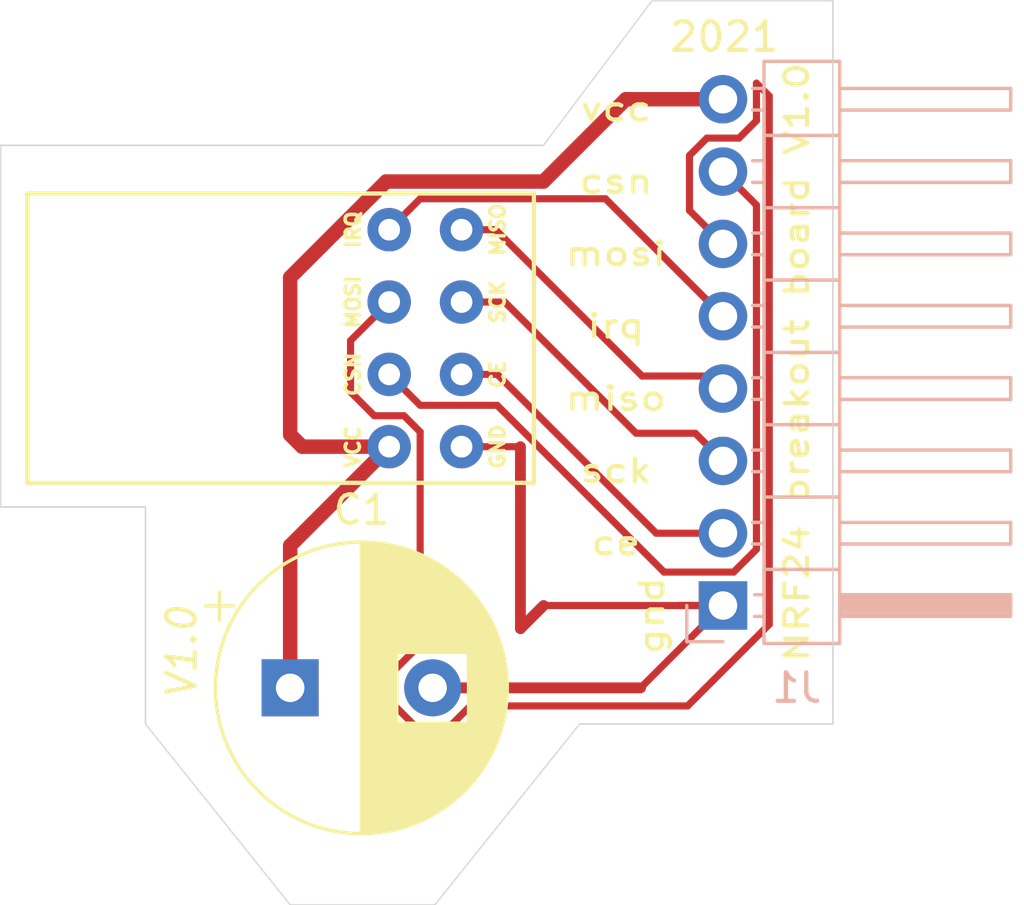
<source format=kicad_pcb>
(kicad_pcb (version 20171130) (host pcbnew "(5.1.10)-1")

  (general
    (thickness 1.6)
    (drawings 23)
    (tracks 58)
    (zones 0)
    (modules 3)
    (nets 9)
  )

  (page A4)
  (title_block
    (title "NRF24 Breakout Board")
    (date 2021-08-12)
    (rev 1)
    (company VIT)
  )

  (layers
    (0 F.Cu signal)
    (31 B.Cu signal)
    (32 B.Adhes user)
    (33 F.Adhes user)
    (34 B.Paste user)
    (35 F.Paste user)
    (36 B.SilkS user)
    (37 F.SilkS user)
    (38 B.Mask user)
    (39 F.Mask user)
    (40 Dwgs.User user)
    (41 Cmts.User user)
    (42 Eco1.User user)
    (43 Eco2.User user)
    (44 Edge.Cuts user)
    (45 Margin user)
    (46 B.CrtYd user)
    (47 F.CrtYd user)
    (48 B.Fab user)
    (49 F.Fab user)
  )

  (setup
    (last_trace_width 0.381)
    (user_trace_width 0.1524)
    (user_trace_width 0.254)
    (user_trace_width 0.381)
    (user_trace_width 0.508)
    (user_trace_width 0.8128)
    (trace_clearance 0.2)
    (zone_clearance 0.508)
    (zone_45_only no)
    (trace_min 0.1524)
    (via_size 0.8)
    (via_drill 0.4)
    (via_min_size 0.4)
    (via_min_drill 0.2)
    (user_via 0.4826 0.3302)
    (user_via 0.5 0.4)
    (user_via 1.905 0.254)
    (uvia_size 0.3)
    (uvia_drill 0.1)
    (uvias_allowed no)
    (uvia_min_size 0.2)
    (uvia_min_drill 0.1)
    (edge_width 0.05)
    (segment_width 0.2)
    (pcb_text_width 0.3)
    (pcb_text_size 1.5 1.5)
    (mod_edge_width 0.12)
    (mod_text_size 1 1)
    (mod_text_width 0.15)
    (pad_size 1.524 1.524)
    (pad_drill 0.762)
    (pad_to_mask_clearance 0)
    (aux_axis_origin 0 0)
    (visible_elements 7FFFFFFF)
    (pcbplotparams
      (layerselection 0x010fc_ffffffff)
      (usegerberextensions true)
      (usegerberattributes true)
      (usegerberadvancedattributes true)
      (creategerberjobfile true)
      (excludeedgelayer true)
      (linewidth 0.100000)
      (plotframeref false)
      (viasonmask false)
      (mode 1)
      (useauxorigin false)
      (hpglpennumber 1)
      (hpglpenspeed 20)
      (hpglpendiameter 15.000000)
      (psnegative false)
      (psa4output false)
      (plotreference true)
      (plotvalue true)
      (plotinvisibletext false)
      (padsonsilk false)
      (subtractmaskfromsilk false)
      (outputformat 1)
      (mirror false)
      (drillshape 0)
      (scaleselection 1)
      (outputdirectory "Gerber/"))
  )

  (net 0 "")
  (net 1 "Net-(J1-Pad2)")
  (net 2 "Net-(J1-Pad3)")
  (net 3 "Net-(J1-Pad4)")
  (net 4 "Net-(J1-Pad5)")
  (net 5 "Net-(J1-Pad6)")
  (net 6 "Net-(J1-Pad7)")
  (net 7 "Net-(C1-Pad2)")
  (net 8 "Net-(C1-Pad1)")

  (net_class Default "This is the default net class."
    (clearance 0.2)
    (trace_width 0.25)
    (via_dia 0.8)
    (via_drill 0.4)
    (uvia_dia 0.3)
    (uvia_drill 0.1)
    (add_net "Net-(C1-Pad1)")
    (add_net "Net-(C1-Pad2)")
    (add_net "Net-(J1-Pad2)")
    (add_net "Net-(J1-Pad3)")
    (add_net "Net-(J1-Pad4)")
    (add_net "Net-(J1-Pad5)")
    (add_net "Net-(J1-Pad6)")
    (add_net "Net-(J1-Pad7)")
  )

  (module Capacitor_THT:CP_Radial_D10.0mm_P5.00mm (layer F.Cu) (tedit 5AE50EF1) (tstamp 613CB16D)
    (at 92.71 91.44)
    (descr "CP, Radial series, Radial, pin pitch=5.00mm, , diameter=10mm, Electrolytic Capacitor")
    (tags "CP Radial series Radial pin pitch 5.00mm  diameter 10mm Electrolytic Capacitor")
    (path /613C50F5)
    (fp_text reference C1 (at 2.5 -6.25) (layer F.SilkS)
      (effects (font (size 1 1) (thickness 0.15)))
    )
    (fp_text value 10uF (at 2.5 6.25) (layer F.Fab)
      (effects (font (size 1 1) (thickness 0.15)))
    )
    (fp_text user %R (at 2.5 0) (layer F.Fab)
      (effects (font (size 1 1) (thickness 0.15)))
    )
    (fp_circle (center 2.5 0) (end 7.5 0) (layer F.Fab) (width 0.1))
    (fp_circle (center 2.5 0) (end 7.62 0) (layer F.SilkS) (width 0.12))
    (fp_circle (center 2.5 0) (end 7.75 0) (layer F.CrtYd) (width 0.05))
    (fp_line (start -1.788861 -2.1875) (end -0.788861 -2.1875) (layer F.Fab) (width 0.1))
    (fp_line (start -1.288861 -2.6875) (end -1.288861 -1.6875) (layer F.Fab) (width 0.1))
    (fp_line (start 2.5 -5.08) (end 2.5 5.08) (layer F.SilkS) (width 0.12))
    (fp_line (start 2.54 -5.08) (end 2.54 5.08) (layer F.SilkS) (width 0.12))
    (fp_line (start 2.58 -5.08) (end 2.58 5.08) (layer F.SilkS) (width 0.12))
    (fp_line (start 2.62 -5.079) (end 2.62 5.079) (layer F.SilkS) (width 0.12))
    (fp_line (start 2.66 -5.078) (end 2.66 5.078) (layer F.SilkS) (width 0.12))
    (fp_line (start 2.7 -5.077) (end 2.7 5.077) (layer F.SilkS) (width 0.12))
    (fp_line (start 2.74 -5.075) (end 2.74 5.075) (layer F.SilkS) (width 0.12))
    (fp_line (start 2.78 -5.073) (end 2.78 5.073) (layer F.SilkS) (width 0.12))
    (fp_line (start 2.82 -5.07) (end 2.82 5.07) (layer F.SilkS) (width 0.12))
    (fp_line (start 2.86 -5.068) (end 2.86 5.068) (layer F.SilkS) (width 0.12))
    (fp_line (start 2.9 -5.065) (end 2.9 5.065) (layer F.SilkS) (width 0.12))
    (fp_line (start 2.94 -5.062) (end 2.94 5.062) (layer F.SilkS) (width 0.12))
    (fp_line (start 2.98 -5.058) (end 2.98 5.058) (layer F.SilkS) (width 0.12))
    (fp_line (start 3.02 -5.054) (end 3.02 5.054) (layer F.SilkS) (width 0.12))
    (fp_line (start 3.06 -5.05) (end 3.06 5.05) (layer F.SilkS) (width 0.12))
    (fp_line (start 3.1 -5.045) (end 3.1 5.045) (layer F.SilkS) (width 0.12))
    (fp_line (start 3.14 -5.04) (end 3.14 5.04) (layer F.SilkS) (width 0.12))
    (fp_line (start 3.18 -5.035) (end 3.18 5.035) (layer F.SilkS) (width 0.12))
    (fp_line (start 3.221 -5.03) (end 3.221 5.03) (layer F.SilkS) (width 0.12))
    (fp_line (start 3.261 -5.024) (end 3.261 5.024) (layer F.SilkS) (width 0.12))
    (fp_line (start 3.301 -5.018) (end 3.301 5.018) (layer F.SilkS) (width 0.12))
    (fp_line (start 3.341 -5.011) (end 3.341 5.011) (layer F.SilkS) (width 0.12))
    (fp_line (start 3.381 -5.004) (end 3.381 5.004) (layer F.SilkS) (width 0.12))
    (fp_line (start 3.421 -4.997) (end 3.421 4.997) (layer F.SilkS) (width 0.12))
    (fp_line (start 3.461 -4.99) (end 3.461 4.99) (layer F.SilkS) (width 0.12))
    (fp_line (start 3.501 -4.982) (end 3.501 4.982) (layer F.SilkS) (width 0.12))
    (fp_line (start 3.541 -4.974) (end 3.541 4.974) (layer F.SilkS) (width 0.12))
    (fp_line (start 3.581 -4.965) (end 3.581 4.965) (layer F.SilkS) (width 0.12))
    (fp_line (start 3.621 -4.956) (end 3.621 4.956) (layer F.SilkS) (width 0.12))
    (fp_line (start 3.661 -4.947) (end 3.661 4.947) (layer F.SilkS) (width 0.12))
    (fp_line (start 3.701 -4.938) (end 3.701 4.938) (layer F.SilkS) (width 0.12))
    (fp_line (start 3.741 -4.928) (end 3.741 4.928) (layer F.SilkS) (width 0.12))
    (fp_line (start 3.781 -4.918) (end 3.781 -1.241) (layer F.SilkS) (width 0.12))
    (fp_line (start 3.781 1.241) (end 3.781 4.918) (layer F.SilkS) (width 0.12))
    (fp_line (start 3.821 -4.907) (end 3.821 -1.241) (layer F.SilkS) (width 0.12))
    (fp_line (start 3.821 1.241) (end 3.821 4.907) (layer F.SilkS) (width 0.12))
    (fp_line (start 3.861 -4.897) (end 3.861 -1.241) (layer F.SilkS) (width 0.12))
    (fp_line (start 3.861 1.241) (end 3.861 4.897) (layer F.SilkS) (width 0.12))
    (fp_line (start 3.901 -4.885) (end 3.901 -1.241) (layer F.SilkS) (width 0.12))
    (fp_line (start 3.901 1.241) (end 3.901 4.885) (layer F.SilkS) (width 0.12))
    (fp_line (start 3.941 -4.874) (end 3.941 -1.241) (layer F.SilkS) (width 0.12))
    (fp_line (start 3.941 1.241) (end 3.941 4.874) (layer F.SilkS) (width 0.12))
    (fp_line (start 3.981 -4.862) (end 3.981 -1.241) (layer F.SilkS) (width 0.12))
    (fp_line (start 3.981 1.241) (end 3.981 4.862) (layer F.SilkS) (width 0.12))
    (fp_line (start 4.021 -4.85) (end 4.021 -1.241) (layer F.SilkS) (width 0.12))
    (fp_line (start 4.021 1.241) (end 4.021 4.85) (layer F.SilkS) (width 0.12))
    (fp_line (start 4.061 -4.837) (end 4.061 -1.241) (layer F.SilkS) (width 0.12))
    (fp_line (start 4.061 1.241) (end 4.061 4.837) (layer F.SilkS) (width 0.12))
    (fp_line (start 4.101 -4.824) (end 4.101 -1.241) (layer F.SilkS) (width 0.12))
    (fp_line (start 4.101 1.241) (end 4.101 4.824) (layer F.SilkS) (width 0.12))
    (fp_line (start 4.141 -4.811) (end 4.141 -1.241) (layer F.SilkS) (width 0.12))
    (fp_line (start 4.141 1.241) (end 4.141 4.811) (layer F.SilkS) (width 0.12))
    (fp_line (start 4.181 -4.797) (end 4.181 -1.241) (layer F.SilkS) (width 0.12))
    (fp_line (start 4.181 1.241) (end 4.181 4.797) (layer F.SilkS) (width 0.12))
    (fp_line (start 4.221 -4.783) (end 4.221 -1.241) (layer F.SilkS) (width 0.12))
    (fp_line (start 4.221 1.241) (end 4.221 4.783) (layer F.SilkS) (width 0.12))
    (fp_line (start 4.261 -4.768) (end 4.261 -1.241) (layer F.SilkS) (width 0.12))
    (fp_line (start 4.261 1.241) (end 4.261 4.768) (layer F.SilkS) (width 0.12))
    (fp_line (start 4.301 -4.754) (end 4.301 -1.241) (layer F.SilkS) (width 0.12))
    (fp_line (start 4.301 1.241) (end 4.301 4.754) (layer F.SilkS) (width 0.12))
    (fp_line (start 4.341 -4.738) (end 4.341 -1.241) (layer F.SilkS) (width 0.12))
    (fp_line (start 4.341 1.241) (end 4.341 4.738) (layer F.SilkS) (width 0.12))
    (fp_line (start 4.381 -4.723) (end 4.381 -1.241) (layer F.SilkS) (width 0.12))
    (fp_line (start 4.381 1.241) (end 4.381 4.723) (layer F.SilkS) (width 0.12))
    (fp_line (start 4.421 -4.707) (end 4.421 -1.241) (layer F.SilkS) (width 0.12))
    (fp_line (start 4.421 1.241) (end 4.421 4.707) (layer F.SilkS) (width 0.12))
    (fp_line (start 4.461 -4.69) (end 4.461 -1.241) (layer F.SilkS) (width 0.12))
    (fp_line (start 4.461 1.241) (end 4.461 4.69) (layer F.SilkS) (width 0.12))
    (fp_line (start 4.501 -4.674) (end 4.501 -1.241) (layer F.SilkS) (width 0.12))
    (fp_line (start 4.501 1.241) (end 4.501 4.674) (layer F.SilkS) (width 0.12))
    (fp_line (start 4.541 -4.657) (end 4.541 -1.241) (layer F.SilkS) (width 0.12))
    (fp_line (start 4.541 1.241) (end 4.541 4.657) (layer F.SilkS) (width 0.12))
    (fp_line (start 4.581 -4.639) (end 4.581 -1.241) (layer F.SilkS) (width 0.12))
    (fp_line (start 4.581 1.241) (end 4.581 4.639) (layer F.SilkS) (width 0.12))
    (fp_line (start 4.621 -4.621) (end 4.621 -1.241) (layer F.SilkS) (width 0.12))
    (fp_line (start 4.621 1.241) (end 4.621 4.621) (layer F.SilkS) (width 0.12))
    (fp_line (start 4.661 -4.603) (end 4.661 -1.241) (layer F.SilkS) (width 0.12))
    (fp_line (start 4.661 1.241) (end 4.661 4.603) (layer F.SilkS) (width 0.12))
    (fp_line (start 4.701 -4.584) (end 4.701 -1.241) (layer F.SilkS) (width 0.12))
    (fp_line (start 4.701 1.241) (end 4.701 4.584) (layer F.SilkS) (width 0.12))
    (fp_line (start 4.741 -4.564) (end 4.741 -1.241) (layer F.SilkS) (width 0.12))
    (fp_line (start 4.741 1.241) (end 4.741 4.564) (layer F.SilkS) (width 0.12))
    (fp_line (start 4.781 -4.545) (end 4.781 -1.241) (layer F.SilkS) (width 0.12))
    (fp_line (start 4.781 1.241) (end 4.781 4.545) (layer F.SilkS) (width 0.12))
    (fp_line (start 4.821 -4.525) (end 4.821 -1.241) (layer F.SilkS) (width 0.12))
    (fp_line (start 4.821 1.241) (end 4.821 4.525) (layer F.SilkS) (width 0.12))
    (fp_line (start 4.861 -4.504) (end 4.861 -1.241) (layer F.SilkS) (width 0.12))
    (fp_line (start 4.861 1.241) (end 4.861 4.504) (layer F.SilkS) (width 0.12))
    (fp_line (start 4.901 -4.483) (end 4.901 -1.241) (layer F.SilkS) (width 0.12))
    (fp_line (start 4.901 1.241) (end 4.901 4.483) (layer F.SilkS) (width 0.12))
    (fp_line (start 4.941 -4.462) (end 4.941 -1.241) (layer F.SilkS) (width 0.12))
    (fp_line (start 4.941 1.241) (end 4.941 4.462) (layer F.SilkS) (width 0.12))
    (fp_line (start 4.981 -4.44) (end 4.981 -1.241) (layer F.SilkS) (width 0.12))
    (fp_line (start 4.981 1.241) (end 4.981 4.44) (layer F.SilkS) (width 0.12))
    (fp_line (start 5.021 -4.417) (end 5.021 -1.241) (layer F.SilkS) (width 0.12))
    (fp_line (start 5.021 1.241) (end 5.021 4.417) (layer F.SilkS) (width 0.12))
    (fp_line (start 5.061 -4.395) (end 5.061 -1.241) (layer F.SilkS) (width 0.12))
    (fp_line (start 5.061 1.241) (end 5.061 4.395) (layer F.SilkS) (width 0.12))
    (fp_line (start 5.101 -4.371) (end 5.101 -1.241) (layer F.SilkS) (width 0.12))
    (fp_line (start 5.101 1.241) (end 5.101 4.371) (layer F.SilkS) (width 0.12))
    (fp_line (start 5.141 -4.347) (end 5.141 -1.241) (layer F.SilkS) (width 0.12))
    (fp_line (start 5.141 1.241) (end 5.141 4.347) (layer F.SilkS) (width 0.12))
    (fp_line (start 5.181 -4.323) (end 5.181 -1.241) (layer F.SilkS) (width 0.12))
    (fp_line (start 5.181 1.241) (end 5.181 4.323) (layer F.SilkS) (width 0.12))
    (fp_line (start 5.221 -4.298) (end 5.221 -1.241) (layer F.SilkS) (width 0.12))
    (fp_line (start 5.221 1.241) (end 5.221 4.298) (layer F.SilkS) (width 0.12))
    (fp_line (start 5.261 -4.273) (end 5.261 -1.241) (layer F.SilkS) (width 0.12))
    (fp_line (start 5.261 1.241) (end 5.261 4.273) (layer F.SilkS) (width 0.12))
    (fp_line (start 5.301 -4.247) (end 5.301 -1.241) (layer F.SilkS) (width 0.12))
    (fp_line (start 5.301 1.241) (end 5.301 4.247) (layer F.SilkS) (width 0.12))
    (fp_line (start 5.341 -4.221) (end 5.341 -1.241) (layer F.SilkS) (width 0.12))
    (fp_line (start 5.341 1.241) (end 5.341 4.221) (layer F.SilkS) (width 0.12))
    (fp_line (start 5.381 -4.194) (end 5.381 -1.241) (layer F.SilkS) (width 0.12))
    (fp_line (start 5.381 1.241) (end 5.381 4.194) (layer F.SilkS) (width 0.12))
    (fp_line (start 5.421 -4.166) (end 5.421 -1.241) (layer F.SilkS) (width 0.12))
    (fp_line (start 5.421 1.241) (end 5.421 4.166) (layer F.SilkS) (width 0.12))
    (fp_line (start 5.461 -4.138) (end 5.461 -1.241) (layer F.SilkS) (width 0.12))
    (fp_line (start 5.461 1.241) (end 5.461 4.138) (layer F.SilkS) (width 0.12))
    (fp_line (start 5.501 -4.11) (end 5.501 -1.241) (layer F.SilkS) (width 0.12))
    (fp_line (start 5.501 1.241) (end 5.501 4.11) (layer F.SilkS) (width 0.12))
    (fp_line (start 5.541 -4.08) (end 5.541 -1.241) (layer F.SilkS) (width 0.12))
    (fp_line (start 5.541 1.241) (end 5.541 4.08) (layer F.SilkS) (width 0.12))
    (fp_line (start 5.581 -4.05) (end 5.581 -1.241) (layer F.SilkS) (width 0.12))
    (fp_line (start 5.581 1.241) (end 5.581 4.05) (layer F.SilkS) (width 0.12))
    (fp_line (start 5.621 -4.02) (end 5.621 -1.241) (layer F.SilkS) (width 0.12))
    (fp_line (start 5.621 1.241) (end 5.621 4.02) (layer F.SilkS) (width 0.12))
    (fp_line (start 5.661 -3.989) (end 5.661 -1.241) (layer F.SilkS) (width 0.12))
    (fp_line (start 5.661 1.241) (end 5.661 3.989) (layer F.SilkS) (width 0.12))
    (fp_line (start 5.701 -3.957) (end 5.701 -1.241) (layer F.SilkS) (width 0.12))
    (fp_line (start 5.701 1.241) (end 5.701 3.957) (layer F.SilkS) (width 0.12))
    (fp_line (start 5.741 -3.925) (end 5.741 -1.241) (layer F.SilkS) (width 0.12))
    (fp_line (start 5.741 1.241) (end 5.741 3.925) (layer F.SilkS) (width 0.12))
    (fp_line (start 5.781 -3.892) (end 5.781 -1.241) (layer F.SilkS) (width 0.12))
    (fp_line (start 5.781 1.241) (end 5.781 3.892) (layer F.SilkS) (width 0.12))
    (fp_line (start 5.821 -3.858) (end 5.821 -1.241) (layer F.SilkS) (width 0.12))
    (fp_line (start 5.821 1.241) (end 5.821 3.858) (layer F.SilkS) (width 0.12))
    (fp_line (start 5.861 -3.824) (end 5.861 -1.241) (layer F.SilkS) (width 0.12))
    (fp_line (start 5.861 1.241) (end 5.861 3.824) (layer F.SilkS) (width 0.12))
    (fp_line (start 5.901 -3.789) (end 5.901 -1.241) (layer F.SilkS) (width 0.12))
    (fp_line (start 5.901 1.241) (end 5.901 3.789) (layer F.SilkS) (width 0.12))
    (fp_line (start 5.941 -3.753) (end 5.941 -1.241) (layer F.SilkS) (width 0.12))
    (fp_line (start 5.941 1.241) (end 5.941 3.753) (layer F.SilkS) (width 0.12))
    (fp_line (start 5.981 -3.716) (end 5.981 -1.241) (layer F.SilkS) (width 0.12))
    (fp_line (start 5.981 1.241) (end 5.981 3.716) (layer F.SilkS) (width 0.12))
    (fp_line (start 6.021 -3.679) (end 6.021 -1.241) (layer F.SilkS) (width 0.12))
    (fp_line (start 6.021 1.241) (end 6.021 3.679) (layer F.SilkS) (width 0.12))
    (fp_line (start 6.061 -3.64) (end 6.061 -1.241) (layer F.SilkS) (width 0.12))
    (fp_line (start 6.061 1.241) (end 6.061 3.64) (layer F.SilkS) (width 0.12))
    (fp_line (start 6.101 -3.601) (end 6.101 -1.241) (layer F.SilkS) (width 0.12))
    (fp_line (start 6.101 1.241) (end 6.101 3.601) (layer F.SilkS) (width 0.12))
    (fp_line (start 6.141 -3.561) (end 6.141 -1.241) (layer F.SilkS) (width 0.12))
    (fp_line (start 6.141 1.241) (end 6.141 3.561) (layer F.SilkS) (width 0.12))
    (fp_line (start 6.181 -3.52) (end 6.181 -1.241) (layer F.SilkS) (width 0.12))
    (fp_line (start 6.181 1.241) (end 6.181 3.52) (layer F.SilkS) (width 0.12))
    (fp_line (start 6.221 -3.478) (end 6.221 -1.241) (layer F.SilkS) (width 0.12))
    (fp_line (start 6.221 1.241) (end 6.221 3.478) (layer F.SilkS) (width 0.12))
    (fp_line (start 6.261 -3.436) (end 6.261 3.436) (layer F.SilkS) (width 0.12))
    (fp_line (start 6.301 -3.392) (end 6.301 3.392) (layer F.SilkS) (width 0.12))
    (fp_line (start 6.341 -3.347) (end 6.341 3.347) (layer F.SilkS) (width 0.12))
    (fp_line (start 6.381 -3.301) (end 6.381 3.301) (layer F.SilkS) (width 0.12))
    (fp_line (start 6.421 -3.254) (end 6.421 3.254) (layer F.SilkS) (width 0.12))
    (fp_line (start 6.461 -3.206) (end 6.461 3.206) (layer F.SilkS) (width 0.12))
    (fp_line (start 6.501 -3.156) (end 6.501 3.156) (layer F.SilkS) (width 0.12))
    (fp_line (start 6.541 -3.106) (end 6.541 3.106) (layer F.SilkS) (width 0.12))
    (fp_line (start 6.581 -3.054) (end 6.581 3.054) (layer F.SilkS) (width 0.12))
    (fp_line (start 6.621 -3) (end 6.621 3) (layer F.SilkS) (width 0.12))
    (fp_line (start 6.661 -2.945) (end 6.661 2.945) (layer F.SilkS) (width 0.12))
    (fp_line (start 6.701 -2.889) (end 6.701 2.889) (layer F.SilkS) (width 0.12))
    (fp_line (start 6.741 -2.83) (end 6.741 2.83) (layer F.SilkS) (width 0.12))
    (fp_line (start 6.781 -2.77) (end 6.781 2.77) (layer F.SilkS) (width 0.12))
    (fp_line (start 6.821 -2.709) (end 6.821 2.709) (layer F.SilkS) (width 0.12))
    (fp_line (start 6.861 -2.645) (end 6.861 2.645) (layer F.SilkS) (width 0.12))
    (fp_line (start 6.901 -2.579) (end 6.901 2.579) (layer F.SilkS) (width 0.12))
    (fp_line (start 6.941 -2.51) (end 6.941 2.51) (layer F.SilkS) (width 0.12))
    (fp_line (start 6.981 -2.439) (end 6.981 2.439) (layer F.SilkS) (width 0.12))
    (fp_line (start 7.021 -2.365) (end 7.021 2.365) (layer F.SilkS) (width 0.12))
    (fp_line (start 7.061 -2.289) (end 7.061 2.289) (layer F.SilkS) (width 0.12))
    (fp_line (start 7.101 -2.209) (end 7.101 2.209) (layer F.SilkS) (width 0.12))
    (fp_line (start 7.141 -2.125) (end 7.141 2.125) (layer F.SilkS) (width 0.12))
    (fp_line (start 7.181 -2.037) (end 7.181 2.037) (layer F.SilkS) (width 0.12))
    (fp_line (start 7.221 -1.944) (end 7.221 1.944) (layer F.SilkS) (width 0.12))
    (fp_line (start 7.261 -1.846) (end 7.261 1.846) (layer F.SilkS) (width 0.12))
    (fp_line (start 7.301 -1.742) (end 7.301 1.742) (layer F.SilkS) (width 0.12))
    (fp_line (start 7.341 -1.63) (end 7.341 1.63) (layer F.SilkS) (width 0.12))
    (fp_line (start 7.381 -1.51) (end 7.381 1.51) (layer F.SilkS) (width 0.12))
    (fp_line (start 7.421 -1.378) (end 7.421 1.378) (layer F.SilkS) (width 0.12))
    (fp_line (start 7.461 -1.23) (end 7.461 1.23) (layer F.SilkS) (width 0.12))
    (fp_line (start 7.501 -1.062) (end 7.501 1.062) (layer F.SilkS) (width 0.12))
    (fp_line (start 7.541 -0.862) (end 7.541 0.862) (layer F.SilkS) (width 0.12))
    (fp_line (start 7.581 -0.599) (end 7.581 0.599) (layer F.SilkS) (width 0.12))
    (fp_line (start -2.979646 -2.875) (end -1.979646 -2.875) (layer F.SilkS) (width 0.12))
    (fp_line (start -2.479646 -3.375) (end -2.479646 -2.375) (layer F.SilkS) (width 0.12))
    (pad 2 thru_hole circle (at 5 0) (size 2 2) (drill 1) (layers *.Cu *.Mask)
      (net 7 "Net-(C1-Pad2)"))
    (pad 1 thru_hole rect (at 0 0) (size 2 2) (drill 1) (layers *.Cu *.Mask)
      (net 8 "Net-(C1-Pad1)"))
    (model ${KISYS3DMOD}/Capacitor_THT.3dshapes/CP_Radial_D10.0mm_P5.00mm.wrl
      (at (xyz 0 0 0))
      (scale (xyz 1 1 1))
      (rotate (xyz 0 0 0))
    )
  )

  (module CustomLibrary:nRF24 (layer F.Cu) (tedit 61043E5C) (tstamp 6114F76D)
    (at 93.64472 77.89164)
    (descr "A footprint for the generic NRF24")
    (path /61039BB4)
    (fp_text reference N1 (at -1.27 7.62) (layer F.SilkS) hide
      (effects (font (size 1 1) (thickness 0.15)))
    )
    (fp_text value NRF24 (at -6.35 0) (layer F.Fab)
      (effects (font (size 1 1) (thickness 0.15)))
    )
    (fp_line (start 7.62 6.35) (end 7.62 5.08) (layer F.SilkS) (width 0.15))
    (fp_line (start -10.16 6.35) (end 7.62 6.35) (layer F.SilkS) (width 0.15))
    (fp_line (start -10.16 -3.81) (end -10.16 6.35) (layer F.SilkS) (width 0.15))
    (fp_line (start 7.62 -3.81) (end -10.16 -3.81) (layer F.SilkS) (width 0.15))
    (fp_line (start 7.62 5.08) (end 7.62 -3.81) (layer F.SilkS) (width 0.15))
    (fp_text user GND (at 6.35 5.08 90) (layer F.SilkS)
      (effects (font (size 0.5 0.5) (thickness 0.125)))
    )
    (fp_text user CE (at 6.35 2.54 90) (layer F.SilkS)
      (effects (font (size 0.5 0.5) (thickness 0.125)))
    )
    (fp_text user SCK (at 6.35 0 90) (layer F.SilkS)
      (effects (font (size 0.5 0.5) (thickness 0.125)))
    )
    (fp_text user MISO (at 6.35 -2.54 90) (layer F.SilkS)
      (effects (font (size 0.5 0.5) (thickness 0.125)))
    )
    (fp_text user IRQ (at 1.27 -2.54 90) (layer F.SilkS)
      (effects (font (size 0.5 0.5) (thickness 0.125)))
    )
    (fp_text user MOSI (at 1.27 0 90) (layer F.SilkS)
      (effects (font (size 0.5 0.5) (thickness 0.125)))
    )
    (fp_text user CSN (at 1.27 2.54 90) (layer F.SilkS)
      (effects (font (size 0.5 0.5) (thickness 0.125)))
    )
    (fp_text user VCC (at 1.27 5.08 90) (layer F.SilkS)
      (effects (font (size 0.5 0.5) (thickness 0.125)))
    )
    (pad 4 thru_hole circle (at 2.54 -2.54) (size 1.524 1.524) (drill 0.762) (layers *.Cu *.Mask)
      (net 4 "Net-(J1-Pad5)"))
    (pad 5 thru_hole circle (at 2.54 0) (size 1.524 1.524) (drill 0.762) (layers *.Cu *.Mask)
      (net 5 "Net-(J1-Pad6)"))
    (pad 6 thru_hole circle (at 2.54 2.54) (size 1.524 1.524) (drill 0.762) (layers *.Cu *.Mask)
      (net 6 "Net-(J1-Pad7)"))
    (pad 7 thru_hole circle (at 2.54 5.08) (size 1.524 1.524) (drill 0.762) (layers *.Cu *.Mask)
      (net 8 "Net-(C1-Pad1)"))
    (pad 3 thru_hole circle (at 5.08 -2.54) (size 1.524 1.524) (drill 0.762) (layers *.Cu *.Mask)
      (net 3 "Net-(J1-Pad4)"))
    (pad 2 thru_hole circle (at 5.08 0) (size 1.524 1.524) (drill 0.762) (layers *.Cu *.Mask)
      (net 2 "Net-(J1-Pad3)"))
    (pad 1 thru_hole circle (at 5.08 2.54) (size 1.524 1.524) (drill 0.762) (layers *.Cu *.Mask)
      (net 1 "Net-(J1-Pad2)"))
    (pad 0 thru_hole circle (at 5.08 5.08) (size 1.524 1.524) (drill 0.762) (layers *.Cu *.Mask)
      (net 7 "Net-(C1-Pad2)"))
  )

  (module Connector_PinHeader_2.54mm:PinHeader_1x08_P2.54mm_Horizontal (layer B.Cu) (tedit 59FED5CB) (tstamp 6114D6C3)
    (at 107.9 88.55)
    (descr "Through hole angled pin header, 1x08, 2.54mm pitch, 6mm pin length, single row")
    (tags "Through hole angled pin header THT 1x08 2.54mm single row")
    (path /6114C9A6)
    (fp_text reference J1 (at 2.59 2.89) (layer B.SilkS)
      (effects (font (size 1 1) (thickness 0.15)) (justify mirror))
    )
    (fp_text value Conn_01x08 (at 4.385 -20.05) (layer B.Fab) hide
      (effects (font (size 1 1) (thickness 0.15)) (justify mirror))
    )
    (fp_line (start 10.55 1.8) (end -1.8 1.8) (layer B.CrtYd) (width 0.05))
    (fp_line (start 10.55 -19.55) (end 10.55 1.8) (layer B.CrtYd) (width 0.05))
    (fp_line (start -1.8 -19.55) (end 10.55 -19.55) (layer B.CrtYd) (width 0.05))
    (fp_line (start -1.8 1.8) (end -1.8 -19.55) (layer B.CrtYd) (width 0.05))
    (fp_line (start -1.27 1.27) (end 0 1.27) (layer B.SilkS) (width 0.12))
    (fp_line (start -1.27 0) (end -1.27 1.27) (layer B.SilkS) (width 0.12))
    (fp_line (start 1.042929 -18.16) (end 1.44 -18.16) (layer B.SilkS) (width 0.12))
    (fp_line (start 1.042929 -17.4) (end 1.44 -17.4) (layer B.SilkS) (width 0.12))
    (fp_line (start 10.1 -18.16) (end 4.1 -18.16) (layer B.SilkS) (width 0.12))
    (fp_line (start 10.1 -17.4) (end 10.1 -18.16) (layer B.SilkS) (width 0.12))
    (fp_line (start 4.1 -17.4) (end 10.1 -17.4) (layer B.SilkS) (width 0.12))
    (fp_line (start 1.44 -16.51) (end 4.1 -16.51) (layer B.SilkS) (width 0.12))
    (fp_line (start 1.042929 -15.62) (end 1.44 -15.62) (layer B.SilkS) (width 0.12))
    (fp_line (start 1.042929 -14.86) (end 1.44 -14.86) (layer B.SilkS) (width 0.12))
    (fp_line (start 10.1 -15.62) (end 4.1 -15.62) (layer B.SilkS) (width 0.12))
    (fp_line (start 10.1 -14.86) (end 10.1 -15.62) (layer B.SilkS) (width 0.12))
    (fp_line (start 4.1 -14.86) (end 10.1 -14.86) (layer B.SilkS) (width 0.12))
    (fp_line (start 1.44 -13.97) (end 4.1 -13.97) (layer B.SilkS) (width 0.12))
    (fp_line (start 1.042929 -13.08) (end 1.44 -13.08) (layer B.SilkS) (width 0.12))
    (fp_line (start 1.042929 -12.32) (end 1.44 -12.32) (layer B.SilkS) (width 0.12))
    (fp_line (start 10.1 -13.08) (end 4.1 -13.08) (layer B.SilkS) (width 0.12))
    (fp_line (start 10.1 -12.32) (end 10.1 -13.08) (layer B.SilkS) (width 0.12))
    (fp_line (start 4.1 -12.32) (end 10.1 -12.32) (layer B.SilkS) (width 0.12))
    (fp_line (start 1.44 -11.43) (end 4.1 -11.43) (layer B.SilkS) (width 0.12))
    (fp_line (start 1.042929 -10.54) (end 1.44 -10.54) (layer B.SilkS) (width 0.12))
    (fp_line (start 1.042929 -9.78) (end 1.44 -9.78) (layer B.SilkS) (width 0.12))
    (fp_line (start 10.1 -10.54) (end 4.1 -10.54) (layer B.SilkS) (width 0.12))
    (fp_line (start 10.1 -9.78) (end 10.1 -10.54) (layer B.SilkS) (width 0.12))
    (fp_line (start 4.1 -9.78) (end 10.1 -9.78) (layer B.SilkS) (width 0.12))
    (fp_line (start 1.44 -8.89) (end 4.1 -8.89) (layer B.SilkS) (width 0.12))
    (fp_line (start 1.042929 -8) (end 1.44 -8) (layer B.SilkS) (width 0.12))
    (fp_line (start 1.042929 -7.24) (end 1.44 -7.24) (layer B.SilkS) (width 0.12))
    (fp_line (start 10.1 -8) (end 4.1 -8) (layer B.SilkS) (width 0.12))
    (fp_line (start 10.1 -7.24) (end 10.1 -8) (layer B.SilkS) (width 0.12))
    (fp_line (start 4.1 -7.24) (end 10.1 -7.24) (layer B.SilkS) (width 0.12))
    (fp_line (start 1.44 -6.35) (end 4.1 -6.35) (layer B.SilkS) (width 0.12))
    (fp_line (start 1.042929 -5.46) (end 1.44 -5.46) (layer B.SilkS) (width 0.12))
    (fp_line (start 1.042929 -4.7) (end 1.44 -4.7) (layer B.SilkS) (width 0.12))
    (fp_line (start 10.1 -5.46) (end 4.1 -5.46) (layer B.SilkS) (width 0.12))
    (fp_line (start 10.1 -4.7) (end 10.1 -5.46) (layer B.SilkS) (width 0.12))
    (fp_line (start 4.1 -4.7) (end 10.1 -4.7) (layer B.SilkS) (width 0.12))
    (fp_line (start 1.44 -3.81) (end 4.1 -3.81) (layer B.SilkS) (width 0.12))
    (fp_line (start 1.042929 -2.92) (end 1.44 -2.92) (layer B.SilkS) (width 0.12))
    (fp_line (start 1.042929 -2.16) (end 1.44 -2.16) (layer B.SilkS) (width 0.12))
    (fp_line (start 10.1 -2.92) (end 4.1 -2.92) (layer B.SilkS) (width 0.12))
    (fp_line (start 10.1 -2.16) (end 10.1 -2.92) (layer B.SilkS) (width 0.12))
    (fp_line (start 4.1 -2.16) (end 10.1 -2.16) (layer B.SilkS) (width 0.12))
    (fp_line (start 1.44 -1.27) (end 4.1 -1.27) (layer B.SilkS) (width 0.12))
    (fp_line (start 1.11 -0.38) (end 1.44 -0.38) (layer B.SilkS) (width 0.12))
    (fp_line (start 1.11 0.38) (end 1.44 0.38) (layer B.SilkS) (width 0.12))
    (fp_line (start 4.1 -0.28) (end 10.1 -0.28) (layer B.SilkS) (width 0.12))
    (fp_line (start 4.1 -0.16) (end 10.1 -0.16) (layer B.SilkS) (width 0.12))
    (fp_line (start 4.1 -0.04) (end 10.1 -0.04) (layer B.SilkS) (width 0.12))
    (fp_line (start 4.1 0.08) (end 10.1 0.08) (layer B.SilkS) (width 0.12))
    (fp_line (start 4.1 0.2) (end 10.1 0.2) (layer B.SilkS) (width 0.12))
    (fp_line (start 4.1 0.32) (end 10.1 0.32) (layer B.SilkS) (width 0.12))
    (fp_line (start 10.1 -0.38) (end 4.1 -0.38) (layer B.SilkS) (width 0.12))
    (fp_line (start 10.1 0.38) (end 10.1 -0.38) (layer B.SilkS) (width 0.12))
    (fp_line (start 4.1 0.38) (end 10.1 0.38) (layer B.SilkS) (width 0.12))
    (fp_line (start 4.1 1.33) (end 1.44 1.33) (layer B.SilkS) (width 0.12))
    (fp_line (start 4.1 -19.11) (end 4.1 1.33) (layer B.SilkS) (width 0.12))
    (fp_line (start 1.44 -19.11) (end 4.1 -19.11) (layer B.SilkS) (width 0.12))
    (fp_line (start 1.44 1.33) (end 1.44 -19.11) (layer B.SilkS) (width 0.12))
    (fp_line (start 4.04 -18.1) (end 10.04 -18.1) (layer B.Fab) (width 0.1))
    (fp_line (start 10.04 -17.46) (end 10.04 -18.1) (layer B.Fab) (width 0.1))
    (fp_line (start 4.04 -17.46) (end 10.04 -17.46) (layer B.Fab) (width 0.1))
    (fp_line (start -0.32 -18.1) (end 1.5 -18.1) (layer B.Fab) (width 0.1))
    (fp_line (start -0.32 -17.46) (end -0.32 -18.1) (layer B.Fab) (width 0.1))
    (fp_line (start -0.32 -17.46) (end 1.5 -17.46) (layer B.Fab) (width 0.1))
    (fp_line (start 4.04 -15.56) (end 10.04 -15.56) (layer B.Fab) (width 0.1))
    (fp_line (start 10.04 -14.92) (end 10.04 -15.56) (layer B.Fab) (width 0.1))
    (fp_line (start 4.04 -14.92) (end 10.04 -14.92) (layer B.Fab) (width 0.1))
    (fp_line (start -0.32 -15.56) (end 1.5 -15.56) (layer B.Fab) (width 0.1))
    (fp_line (start -0.32 -14.92) (end -0.32 -15.56) (layer B.Fab) (width 0.1))
    (fp_line (start -0.32 -14.92) (end 1.5 -14.92) (layer B.Fab) (width 0.1))
    (fp_line (start 4.04 -13.02) (end 10.04 -13.02) (layer B.Fab) (width 0.1))
    (fp_line (start 10.04 -12.38) (end 10.04 -13.02) (layer B.Fab) (width 0.1))
    (fp_line (start 4.04 -12.38) (end 10.04 -12.38) (layer B.Fab) (width 0.1))
    (fp_line (start -0.32 -13.02) (end 1.5 -13.02) (layer B.Fab) (width 0.1))
    (fp_line (start -0.32 -12.38) (end -0.32 -13.02) (layer B.Fab) (width 0.1))
    (fp_line (start -0.32 -12.38) (end 1.5 -12.38) (layer B.Fab) (width 0.1))
    (fp_line (start 4.04 -10.48) (end 10.04 -10.48) (layer B.Fab) (width 0.1))
    (fp_line (start 10.04 -9.84) (end 10.04 -10.48) (layer B.Fab) (width 0.1))
    (fp_line (start 4.04 -9.84) (end 10.04 -9.84) (layer B.Fab) (width 0.1))
    (fp_line (start -0.32 -10.48) (end 1.5 -10.48) (layer B.Fab) (width 0.1))
    (fp_line (start -0.32 -9.84) (end -0.32 -10.48) (layer B.Fab) (width 0.1))
    (fp_line (start -0.32 -9.84) (end 1.5 -9.84) (layer B.Fab) (width 0.1))
    (fp_line (start 4.04 -7.94) (end 10.04 -7.94) (layer B.Fab) (width 0.1))
    (fp_line (start 10.04 -7.3) (end 10.04 -7.94) (layer B.Fab) (width 0.1))
    (fp_line (start 4.04 -7.3) (end 10.04 -7.3) (layer B.Fab) (width 0.1))
    (fp_line (start -0.32 -7.94) (end 1.5 -7.94) (layer B.Fab) (width 0.1))
    (fp_line (start -0.32 -7.3) (end -0.32 -7.94) (layer B.Fab) (width 0.1))
    (fp_line (start -0.32 -7.3) (end 1.5 -7.3) (layer B.Fab) (width 0.1))
    (fp_line (start 4.04 -5.4) (end 10.04 -5.4) (layer B.Fab) (width 0.1))
    (fp_line (start 10.04 -4.76) (end 10.04 -5.4) (layer B.Fab) (width 0.1))
    (fp_line (start 4.04 -4.76) (end 10.04 -4.76) (layer B.Fab) (width 0.1))
    (fp_line (start -0.32 -5.4) (end 1.5 -5.4) (layer B.Fab) (width 0.1))
    (fp_line (start -0.32 -4.76) (end -0.32 -5.4) (layer B.Fab) (width 0.1))
    (fp_line (start -0.32 -4.76) (end 1.5 -4.76) (layer B.Fab) (width 0.1))
    (fp_line (start 4.04 -2.86) (end 10.04 -2.86) (layer B.Fab) (width 0.1))
    (fp_line (start 10.04 -2.22) (end 10.04 -2.86) (layer B.Fab) (width 0.1))
    (fp_line (start 4.04 -2.22) (end 10.04 -2.22) (layer B.Fab) (width 0.1))
    (fp_line (start -0.32 -2.86) (end 1.5 -2.86) (layer B.Fab) (width 0.1))
    (fp_line (start -0.32 -2.22) (end -0.32 -2.86) (layer B.Fab) (width 0.1))
    (fp_line (start -0.32 -2.22) (end 1.5 -2.22) (layer B.Fab) (width 0.1))
    (fp_line (start 4.04 -0.32) (end 10.04 -0.32) (layer B.Fab) (width 0.1))
    (fp_line (start 10.04 0.32) (end 10.04 -0.32) (layer B.Fab) (width 0.1))
    (fp_line (start 4.04 0.32) (end 10.04 0.32) (layer B.Fab) (width 0.1))
    (fp_line (start -0.32 -0.32) (end 1.5 -0.32) (layer B.Fab) (width 0.1))
    (fp_line (start -0.32 0.32) (end -0.32 -0.32) (layer B.Fab) (width 0.1))
    (fp_line (start -0.32 0.32) (end 1.5 0.32) (layer B.Fab) (width 0.1))
    (fp_line (start 1.5 0.635) (end 2.135 1.27) (layer B.Fab) (width 0.1))
    (fp_line (start 1.5 -19.05) (end 1.5 0.635) (layer B.Fab) (width 0.1))
    (fp_line (start 4.04 -19.05) (end 1.5 -19.05) (layer B.Fab) (width 0.1))
    (fp_line (start 4.04 1.27) (end 4.04 -19.05) (layer B.Fab) (width 0.1))
    (fp_line (start 2.135 1.27) (end 4.04 1.27) (layer B.Fab) (width 0.1))
    (fp_text user %R (at 2.77 -8.89 -90) (layer B.Fab)
      (effects (font (size 1 1) (thickness 0.15)) (justify mirror))
    )
    (pad 8 thru_hole oval (at 0 -17.78) (size 1.7 1.7) (drill 1) (layers *.Cu *.Mask)
      (net 8 "Net-(C1-Pad1)"))
    (pad 7 thru_hole oval (at 0 -15.24) (size 1.7 1.7) (drill 1) (layers *.Cu *.Mask)
      (net 6 "Net-(J1-Pad7)"))
    (pad 6 thru_hole oval (at 0 -12.7) (size 1.7 1.7) (drill 1) (layers *.Cu *.Mask)
      (net 5 "Net-(J1-Pad6)"))
    (pad 5 thru_hole oval (at 0 -10.16) (size 1.7 1.7) (drill 1) (layers *.Cu *.Mask)
      (net 4 "Net-(J1-Pad5)"))
    (pad 4 thru_hole oval (at 0 -7.62) (size 1.7 1.7) (drill 1) (layers *.Cu *.Mask)
      (net 3 "Net-(J1-Pad4)"))
    (pad 3 thru_hole oval (at 0 -5.08) (size 1.7 1.7) (drill 1) (layers *.Cu *.Mask)
      (net 2 "Net-(J1-Pad3)"))
    (pad 2 thru_hole oval (at 0 -2.54) (size 1.7 1.7) (drill 1) (layers *.Cu *.Mask)
      (net 1 "Net-(J1-Pad2)"))
    (pad 1 thru_hole rect (at 0 0) (size 1.7 1.7) (drill 1) (layers *.Cu *.Mask)
      (net 7 "Net-(C1-Pad2)"))
    (model ${KISYS3DMOD}/Connector_PinHeader_2.54mm.3dshapes/PinHeader_1x08_P2.54mm_Horizontal.wrl
      (at (xyz 0 0 0))
      (scale (xyz 1 1 1))
      (rotate (xyz 0 0 0))
    )
  )

  (gr_text 2021 (at 107.95 68.58) (layer F.SilkS)
    (effects (font (size 1 1) (thickness 0.15)))
  )
  (gr_line (start 105.41 67.31) (end 111.76 67.31) (layer Edge.Cuts) (width 0.05))
  (gr_line (start 111.76 92.71) (end 111.76 91.44) (layer Edge.Cuts) (width 0.05) (tstamp 613CB8C0))
  (gr_line (start 102.87 92.71) (end 111.76 92.71) (layer Edge.Cuts) (width 0.05))
  (gr_line (start 97.79 99.06) (end 102.87 92.71) (layer Edge.Cuts) (width 0.05))
  (gr_line (start 92.71 99.06) (end 97.79 99.06) (layer Edge.Cuts) (width 0.05))
  (gr_line (start 87.63 92.71) (end 92.71 99.06) (layer Edge.Cuts) (width 0.05))
  (gr_line (start 87.63 85.09) (end 87.63 92.71) (layer Edge.Cuts) (width 0.05))
  (gr_line (start 82.55 85.09) (end 87.63 85.09) (layer Edge.Cuts) (width 0.05))
  (gr_text V1.0 (at 88.9 90.17 90) (layer F.SilkS)
    (effects (font (size 1 1) (thickness 0.15) italic))
  )
  (gr_text ce (at 104.14 86.36) (layer F.SilkS) (tstamp 6114EB6F)
    (effects (font (size 0.8 1) (thickness 0.15)))
  )
  (gr_text "NRF24 breakout board V1.0" (at 110.49 80.01 90) (layer F.SilkS)
    (effects (font (size 0.8 1) (thickness 0.15)))
  )
  (gr_text csn (at 104.14 73.66) (layer F.SilkS) (tstamp 6114EB79)
    (effects (font (size 0.8 1) (thickness 0.15)))
  )
  (gr_text irq (at 104.14 78.74) (layer F.SilkS) (tstamp 6114EB77)
    (effects (font (size 0.8 1) (thickness 0.15)))
  )
  (gr_text miso (at 104.14 81.28) (layer F.SilkS) (tstamp 6114EB75)
    (effects (font (size 0.8 1) (thickness 0.15)))
  )
  (gr_text gnd (at 105.41 88.9 90) (layer F.SilkS) (tstamp 6114EB73)
    (effects (font (size 0.8 1) (thickness 0.15)))
  )
  (gr_text sck (at 104.14 83.82) (layer F.SilkS) (tstamp 6114EB71)
    (effects (font (size 0.8 1) (thickness 0.15)))
  )
  (gr_text "mosi\n" (at 104.14 76.2) (layer F.SilkS) (tstamp 6114EB6D)
    (effects (font (size 0.8 1) (thickness 0.15)))
  )
  (gr_text vcc (at 104.14 71.12) (layer F.SilkS)
    (effects (font (size 0.8 1) (thickness 0.15)))
  )
  (gr_line (start 82.55 85.09) (end 82.55 72.39) (layer Edge.Cuts) (width 0.05) (tstamp 6114EACD))
  (gr_line (start 111.76 67.31) (end 111.76 91.44) (layer Edge.Cuts) (width 0.05))
  (gr_line (start 101.6 72.39) (end 105.41 67.31) (layer Edge.Cuts) (width 0.05))
  (gr_line (start 82.55 72.39) (end 101.6 72.39) (layer Edge.Cuts) (width 0.05))

  (segment (start 98.72472 82.97164) (end 100.79164 82.97164) (width 0.25) (layer F.Cu) (net 7))
  (segment (start 106.37 88.55) (end 107.9 88.55) (width 0.25) (layer F.Cu) (net 7))
  (segment (start 98.72472 80.43164) (end 99.97836 80.43164) (width 0.25) (layer F.Cu) (net 1))
  (segment (start 105.55672 86.01) (end 107.9 86.01) (width 0.25) (layer F.Cu) (net 1))
  (segment (start 99.97836 80.43164) (end 105.55672 86.01) (width 0.25) (layer F.Cu) (net 1))
  (segment (start 98.72472 77.89164) (end 100.24164 77.89164) (width 0.25) (layer F.Cu) (net 2))
  (segment (start 100.24164 77.89164) (end 104.85 82.5) (width 0.25) (layer F.Cu) (net 2))
  (segment (start 106.93 82.5) (end 107.9 83.47) (width 0.25) (layer F.Cu) (net 2))
  (segment (start 104.85 82.5) (end 106.93 82.5) (width 0.25) (layer F.Cu) (net 2))
  (segment (start 98.72472 75.35164) (end 99.92164 75.35164) (width 0.25) (layer F.Cu) (net 3))
  (segment (start 99.92164 75.35164) (end 105.06 80.49) (width 0.25) (layer F.Cu) (net 3))
  (segment (start 107.46 80.49) (end 107.9 80.93) (width 0.25) (layer F.Cu) (net 3))
  (segment (start 105.06 80.49) (end 107.46 80.49) (width 0.25) (layer F.Cu) (net 3))
  (segment (start 103.774639 74.264639) (end 107.9 78.39) (width 0.25) (layer F.Cu) (net 4))
  (segment (start 97.271721 74.264639) (end 103.774639 74.264639) (width 0.25) (layer F.Cu) (net 4))
  (segment (start 96.18472 75.35164) (end 97.271721 74.264639) (width 0.25) (layer F.Cu) (net 4))
  (segment (start 106.724999 72.745999) (end 106.724999 74.674999) (width 0.25) (layer F.Cu) (net 5))
  (segment (start 107.335999 72.134999) (end 106.724999 72.745999) (width 0.25) (layer F.Cu) (net 5))
  (segment (start 109.525011 70.656009) (end 109.075001 70.205999) (width 0.25) (layer F.Cu) (net 5))
  (segment (start 108.464001 72.134999) (end 107.335999 72.134999) (width 0.25) (layer F.Cu) (net 5))
  (segment (start 109.525011 89.209991) (end 109.525011 70.656009) (width 0.25) (layer F.Cu) (net 5))
  (segment (start 106.724999 74.674999) (end 107.9 75.85) (width 0.25) (layer F.Cu) (net 5))
  (segment (start 106.659001 92.076001) (end 109.525011 89.209991) (width 0.25) (layer F.Cu) (net 5))
  (segment (start 99.035001 92.076001) (end 106.659001 92.076001) (width 0.25) (layer F.Cu) (net 5))
  (segment (start 98.346001 92.765001) (end 99.035001 92.076001) (width 0.25) (layer F.Cu) (net 5))
  (segment (start 97.073999 92.765001) (end 98.346001 92.765001) (width 0.25) (layer F.Cu) (net 5))
  (segment (start 96.384999 92.076001) (end 97.073999 92.765001) (width 0.25) (layer F.Cu) (net 5))
  (segment (start 109.075001 71.523999) (end 108.464001 72.134999) (width 0.25) (layer F.Cu) (net 5))
  (segment (start 96.384999 90.803999) (end 96.384999 92.076001) (width 0.25) (layer F.Cu) (net 5))
  (segment (start 97.271721 89.917277) (end 96.384999 90.803999) (width 0.25) (layer F.Cu) (net 5))
  (segment (start 97.271721 82.449879) (end 97.271721 89.917277) (width 0.25) (layer F.Cu) (net 5))
  (segment (start 96.706481 81.884639) (end 97.271721 82.449879) (width 0.25) (layer F.Cu) (net 5))
  (segment (start 95.662959 81.884639) (end 96.706481 81.884639) (width 0.25) (layer F.Cu) (net 5))
  (segment (start 94.82836 81.05004) (end 95.662959 81.884639) (width 0.25) (layer F.Cu) (net 5))
  (segment (start 109.075001 70.205999) (end 109.075001 71.523999) (width 0.25) (layer F.Cu) (net 5))
  (segment (start 94.82836 79.248) (end 94.82836 81.05004) (width 0.25) (layer F.Cu) (net 5))
  (segment (start 96.18472 77.89164) (end 94.82836 79.248) (width 0.25) (layer F.Cu) (net 5))
  (segment (start 109.075001 74.485001) (end 107.9 73.31) (width 0.25) (layer F.Cu) (net 6))
  (segment (start 109.075001 86.574001) (end 109.075001 74.485001) (width 0.25) (layer F.Cu) (net 6))
  (segment (start 108.274003 87.374999) (end 109.075001 86.574001) (width 0.25) (layer F.Cu) (net 6))
  (segment (start 105.831409 87.374999) (end 108.274003 87.374999) (width 0.25) (layer F.Cu) (net 6))
  (segment (start 99.975051 81.518641) (end 105.831409 87.374999) (width 0.25) (layer F.Cu) (net 6))
  (segment (start 97.271721 81.518641) (end 99.975051 81.518641) (width 0.25) (layer F.Cu) (net 6))
  (segment (start 96.18472 80.43164) (end 97.271721 81.518641) (width 0.25) (layer F.Cu) (net 6))
  (segment (start 105.01 91.44) (end 107.9 88.55) (width 0.25) (layer F.Cu) (net 7))
  (segment (start 97.71 91.44) (end 105.01 91.44) (width 0.381) (layer F.Cu) (net 7))
  (segment (start 100.79164 82.97164) (end 100.79164 89.36164) (width 0.381) (layer F.Cu) (net 7))
  (segment (start 101.60328 88.55) (end 107.9 88.55) (width 0.25) (layer F.Cu) (net 7))
  (segment (start 100.79164 89.36164) (end 101.60328 88.55) (width 0.381) (layer F.Cu) (net 7))
  (segment (start 92.71 86.44636) (end 96.18472 82.97164) (width 0.508) (layer F.Cu) (net 8))
  (segment (start 92.71 91.44) (end 92.71 86.44636) (width 0.508) (layer F.Cu) (net 8))
  (segment (start 104.49 70.77) (end 107.9 70.77) (width 0.508) (layer F.Cu) (net 8))
  (segment (start 101.6 73.66) (end 104.49 70.77) (width 0.508) (layer F.Cu) (net 8))
  (segment (start 96.076678 73.66) (end 101.6 73.66) (width 0.508) (layer F.Cu) (net 8))
  (segment (start 92.71 77.026678) (end 96.076678 73.66) (width 0.508) (layer F.Cu) (net 8))
  (segment (start 92.71 82.55) (end 92.71 77.026678) (width 0.508) (layer F.Cu) (net 8))
  (segment (start 93.13164 82.97164) (end 92.71 82.55) (width 0.508) (layer F.Cu) (net 8))
  (segment (start 96.18472 82.97164) (end 93.13164 82.97164) (width 0.508) (layer F.Cu) (net 8))

)

</source>
